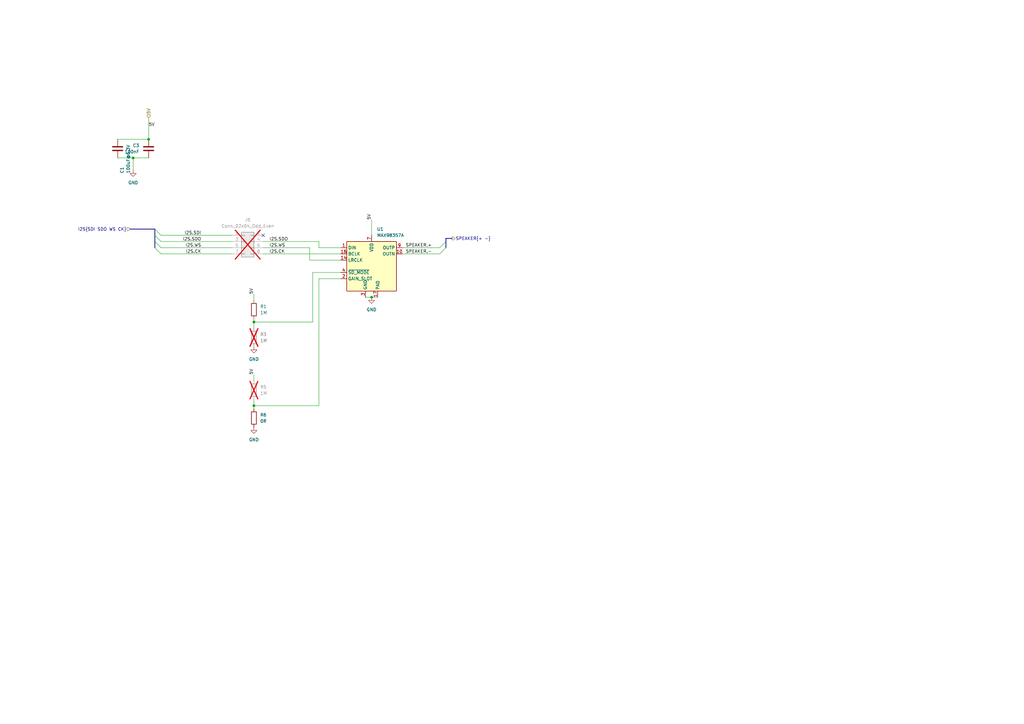
<source format=kicad_sch>
(kicad_sch (version 20231120) (generator "eeschema") (generator_version "8.0")
  (paper "A3")
  (lib_symbols
    (symbol "Audio:MAX98357A"
      (property "Reference" "U" (at -8.89 11.43 0))
      (property "Value" "MAX98357A" (at 10.16 11.43 0))
      (symbol "MAX98357A_1_1"
        (rectangle (start -10.16 10.16) (end 10.16 -10.16) (stroke (width 0.254)) (fill (type background)))
        (pin input line (at -12.7 7.62 0) (length 2.54) (name "DIN") (number "1"))
        (pin output line (at 12.7 5.08 180) (length 2.54) (name "OUTN") (number "10"))
        (pin passive line (at -2.54 -12.7 90) (length 2.54) hide (name "GND") (number "11"))
        (pin no_connect line (at 10.16 -5.08 180) (length 2.54) hide (name "NC") (number "12"))
        (pin no_connect line (at 10.16 -7.62 180) (length 2.54) hide (name "NC") (number "13"))
        (pin input line (at -12.7 2.54 0) (length 2.54) (name "LRCLK") (number "14"))
        (pin passive line (at -2.54 -12.7 90) (length 2.54) hide (name "GND") (number "15"))
        (pin input line (at -12.7 5.08 0) (length 2.54) (name "BCLK") (number "16"))
        (pin unspecified line (at 2.54 -12.7 90) (length 2.54) (name "PAD") (number "17"))
        (pin passive line (at -12.7 -5.08 0) (length 2.54) (name "GAIN_SLOT") (number "2"))
        (pin power_in line (at -2.54 -12.7 90) (length 2.54) (name "GND") (number "3"))
        (pin input line (at -12.7 -2.54 0) (length 2.54) (name "~{SD_MODE}") (number "4"))
        (pin no_connect line (at 10.16 2.54 180) (length 2.54) hide (name "NC") (number "5"))
        (pin no_connect line (at 10.16 0 180) (length 2.54) hide (name "NC") (number "6"))
        (pin power_in line (at 0 12.7 270) (length 2.54) (name "VDD") (number "7"))
        (pin passive line (at 0 12.7 270) (length 2.54) hide (name "VDD") (number "8"))
        (pin output line (at 12.7 7.62 180) (length 2.54) (name "OUTP") (number "9"))
      )
    )
    (symbol "Connector_Generic:Conn_02x04_Odd_Even" (pin_names (offset 1.016) hide)
      (property "Reference" "J" (at 1.27 5.08 0))
      (property "Value" "Conn_02x04_Odd_Even" (at 1.27 -7.62 0))
      (symbol "Conn_02x04_Odd_Even_1_1"
        (rectangle (start -1.27 -4.953) (end 0 -5.207) (stroke (width 0.1524)))
        (rectangle (start -1.27 -2.413) (end 0 -2.667) (stroke (width 0.1524)))
        (rectangle (start -1.27 0.127) (end 0 -0.127) (stroke (width 0.1524)))
        (rectangle (start -1.27 2.667) (end 0 2.413) (stroke (width 0.1524)))
        (rectangle (start -1.27 3.81) (end 3.81 -6.35) (stroke (width 0.254)) (fill (type background)))
        (rectangle (start 3.81 -4.953) (end 2.54 -5.207) (stroke (width 0.1524)))
        (rectangle (start 3.81 -2.413) (end 2.54 -2.667) (stroke (width 0.1524)))
        (rectangle (start 3.81 0.127) (end 2.54 -0.127) (stroke (width 0.1524)))
        (rectangle (start 3.81 2.667) (end 2.54 2.413) (stroke (width 0.1524)))
        (pin passive line (at -5.08 2.54 0) (length 3.81) (name "Pin_1") (number "1"))
        (pin passive line (at 7.62 2.54 180) (length 3.81) (name "Pin_2") (number "2"))
        (pin passive line (at -5.08 0 0) (length 3.81) (name "Pin_3") (number "3"))
        (pin passive line (at 7.62 0 180) (length 3.81) (name "Pin_4") (number "4"))
        (pin passive line (at -5.08 -2.54 0) (length 3.81) (name "Pin_5") (number "5"))
        (pin passive line (at 7.62 -2.54 180) (length 3.81) (name "Pin_6") (number "6"))
        (pin passive line (at -5.08 -5.08 0) (length 3.81) (name "Pin_7") (number "7"))
        (pin passive line (at 7.62 -5.08 180) (length 3.81) (name "Pin_8") (number "8"))
      )
    )
    (symbol "Device:C" (pin_numbers hide) (pin_names (offset 0.254))
      (property "Reference" "C" (at 0.635 2.54 0))
      (property "Value" "C" (at 0.635 -2.54 0))
      (symbol "C_0_1"
        (polyline (pts (xy -2.032 -0.762) (xy 2.032 -0.762)) (stroke (width 0.508)))
        (polyline (pts (xy -2.032 0.762) (xy 2.032 0.762)) (stroke (width 0.508)))
      )
      (symbol "C_1_1"
        (pin passive line (at 0 3.81 270) (length 2.794) (name "~") (number "1"))
        (pin passive line (at 0 -3.81 90) (length 2.794) (name "~") (number "2"))
      )
    )
    (symbol "Device:R" (pin_numbers hide) (pin_names (offset 0))
      (property "Reference" "R" (at 2.032 0 90))
      (property "Value" "R" (at 0 0 90))
      (symbol "R_0_1"
        (rectangle (start -1.016 -2.54) (end 1.016 2.54) (stroke (width 0.254)))
      )
      (symbol "R_1_1"
        (pin passive line (at 0 3.81 270) (length 1.27) (name "~") (number "1"))
        (pin passive line (at 0 -3.81 90) (length 1.27) (name "~") (number "2"))
      )
    )
    (symbol "power:GND" (power) (pin_numbers hide) (pin_names (offset 0) hide)
      (property "Value" "GND" (at 0 -3.81 0))
      (symbol "GND_0_1"
        (polyline (pts (xy 0 0) (xy 0 -1.27) (xy 1.27 -1.27) (xy 0 -2.54) (xy -1.27 -1.27) (xy 0 -1.27)))
      )
      (symbol "GND_1_1"
        (pin power_in line (at 0 0 270) (length 0) (name "~") (number "1"))
      )
    )
  )
  (junction (at 54.61 64.77))
  (junction (at 104.14 132.08))
  (junction (at 60.96 57.15))
  (junction (at 104.14 166.37))
  (junction (at 152.4 121.92))
  (no_connect (at 107.95 96.52))
  (bus_entry (at 180.34 104.14) (size 2.54 -2.54))
  (bus_entry (at 63.5 101.6) (size 2.54 2.54))
  (bus_entry (at 63.5 99.06) (size 2.54 2.54))
  (bus_entry (at 63.5 93.98) (size 2.54 2.54))
  (bus_entry (at 63.5 96.52) (size 2.54 2.54))
  (bus_entry (at 180.34 101.6) (size 2.54 -2.54))
  (wire (pts (xy 104.14 132.08) (xy 128.27 132.08)))
  (wire (pts (xy 60.96 48.26) (xy 60.96 57.15)))
  (wire (pts (xy 48.26 64.77) (xy 54.61 64.77)))
  (wire (pts (xy 104.14 153.67) (xy 104.14 156.21)))
  (wire (pts (xy 95.25 104.14) (xy 66.04 104.14)))
  (wire (pts (xy 152.4 90.17) (xy 152.4 96.52)))
  (wire (pts (xy 128.27 132.08) (xy 128.27 111.76)))
  (wire (pts (xy 54.61 64.77) (xy 54.61 69.85)))
  (wire (pts (xy 60.96 64.77) (xy 54.61 64.77)))
  (wire (pts (xy 130.81 166.37) (xy 104.14 166.37)))
  (bus (pts (xy 53.34 93.98) (xy 63.5 93.98)))
  (wire (pts (xy 104.14 130.81) (xy 104.14 132.08)))
  (wire (pts (xy 127 101.6) (xy 127 106.68)))
  (wire (pts (xy 128.27 111.76) (xy 139.7 111.76)))
  (bus (pts (xy 182.88 97.79) (xy 182.88 99.06)))
  (wire (pts (xy 95.25 99.06) (xy 66.04 99.06)))
  (bus (pts (xy 63.5 99.06) (xy 63.5 101.6)))
  (wire (pts (xy 152.4 121.92) (xy 154.94 121.92)))
  (wire (pts (xy 165.1 104.14) (xy 180.34 104.14)))
  (bus (pts (xy 182.88 99.06) (xy 182.88 101.6)))
  (wire (pts (xy 104.14 132.08) (xy 104.14 134.62)))
  (bus (pts (xy 185.42 97.79) (xy 182.88 97.79)))
  (wire (pts (xy 107.95 99.06) (xy 130.81 99.06)))
  (bus (pts (xy 63.5 93.98) (xy 63.5 96.52)))
  (wire (pts (xy 48.26 57.15) (xy 60.96 57.15)))
  (wire (pts (xy 130.81 114.3) (xy 130.81 166.37)))
  (wire (pts (xy 107.95 104.14) (xy 139.7 104.14)))
  (wire (pts (xy 127 106.68) (xy 139.7 106.68)))
  (wire (pts (xy 107.95 101.6) (xy 127 101.6)))
  (wire (pts (xy 130.81 101.6) (xy 139.7 101.6)))
  (wire (pts (xy 104.14 166.37) (xy 104.14 167.64)))
  (wire (pts (xy 95.25 101.6) (xy 66.04 101.6)))
  (wire (pts (xy 149.86 121.92) (xy 152.4 121.92)))
  (wire (pts (xy 95.25 96.52) (xy 66.04 96.52)))
  (wire (pts (xy 165.1 101.6) (xy 180.34 101.6)))
  (wire (pts (xy 139.7 114.3) (xy 130.81 114.3)))
  (bus (pts (xy 63.5 96.52) (xy 63.5 99.06)))
  (wire (pts (xy 130.81 99.06) (xy 130.81 101.6)))
  (wire (pts (xy 104.14 120.65) (xy 104.14 123.19)))
  (wire (pts (xy 104.14 163.83) (xy 104.14 166.37)))
  (label "SPEAKER.+" (at 166.37 101.6 0))
  (label "5V" (at 104.14 120.65 90))
  (label "SPEAKER.-" (at 166.37 104.14 0))
  (label "I2S.CK" (at 110.49 104.14 0))
  (label "I2S.SDO" (at 82.55 99.06 180))
  (label "I2S.SDI" (at 82.55 96.52 180))
  (label "5V" (at 104.14 153.67 90))
  (label "I2S.WS" (at 82.55 101.6 180))
  (label "5V" (at 152.4 90.17 90))
  (label "I2S.WS" (at 110.49 101.6 0))
  (label "5V" (at 60.96 52.07 0))
  (label "I2S.SDO" (at 110.49 99.06 0))
  (label "I2S.CK" (at 82.55 104.14 180))
  (hierarchical_label "I2S{SDI SDO WS CK}" (shape input) (at 53.34 93.98 180))
  (hierarchical_label "5V" (shape input) (at 60.96 48.26 90))
  (hierarchical_label "SPEAKER{+ -}" (shape output) (at 185.42 97.79 0))
  (symbol (lib_id "power:GND") (at 54.61 69.85 0) (unit 1)
    (property "Reference" "#PWR02" (effects (hide yes)))
    (property "Value" "GND" (at 54.61 74.93 0))
    (property "Description" "Power symbol creates a global label with name \"GND\" , ground" (effects (hide yes)))
  )
  (symbol (lib_id "Audio:MAX98357A") (at 152.4 109.22 0) (unit 1)
    (property "Reference" "U1" (at 154.5941 93.98 0) (effects (justify left)))
    (property "Value" "MAX98357A" (at 154.5941 96.52 0) (effects (justify left)))
    (property "Footprint" "Package_DFN_QFN:TQFN-16-1EP_3x3mm_P0.5mm_EP1.23x1.23mm" (effects (hide yes)))
    (property "Datasheet" "https://www.analog.com/media/en/technical-documentation/data-sheets/MAX98357A-MAX98357B.pdf" (effects (hide yes)))
    (property "Description" "Mono DAC with amplifier, I2S, PCM, TDM, 32-bit, 96khz, 3.2W, TQFP-16" (effects (hide yes)))
    (property "JLC" "C910544" (effects (hide yes)))
  )
  (symbol (lib_id "Device:R") (at 104.14 127 0) (unit 1)
    (property "Reference" "R1" (at 106.68 125.7299 0) (effects (justify left)))
    (property "Value" "1M" (at 106.68 128.2699 0) (effects (justify left)))
    (property "Footprint" "Resistor_SMD:R_0805_2012Metric" (effects (hide yes)))
    (property "Description" "Resistor" (effects (hide yes)))
    (property "JLC" "C17514" (effects (hide yes)))
  )
  (symbol (lib_id "Device:C") (at 48.26 60.96 0) (unit 1)
    (property "Reference" "C1" (at 50.038 71.12 90) (effects (justify left)))
    (property "Value" "100uF@6.3V" (at 52.578 71.12 90) (effects (justify left)))
    (property "Footprint" "Capacitor_SMD:C_1206_3216Metric" (effects (hide yes)))
    (property "Description" "Unpolarized capacitor" (effects (hide yes)))
    (property "JLC" "C15008" (effects (hide yes)))
  )
  (symbol (lib_id "power:GND") (at 152.4 121.92 0) (unit 1)
    (property "Reference" "#PWR010" (effects (hide yes)))
    (property "Value" "GND" (at 152.4 127 0))
    (property "Description" "Power symbol creates a global label with name \"GND\" , ground" (effects (hide yes)))
  )
  (symbol (lib_id "Device:R") (at 104.14 138.43 0) (unit 1) (dnp yes)
    (property "Reference" "R3" (at 106.68 137.1599 0) (effects (justify left)))
    (property "Value" "1M" (at 106.68 139.6999 0) (effects (justify left)))
    (property "Footprint" "Resistor_SMD:R_0805_2012Metric" (effects (hide yes)))
    (property "Description" "Resistor" (effects (hide yes)))
    (property "JLC" "C17514" (effects (hide yes)))
  )
  (symbol (lib_id "power:GND") (at 104.14 142.24 0) (unit 1)
    (property "Reference" "#PWR07" (effects (hide yes)))
    (property "Value" "GND" (at 104.14 147.32 0))
    (property "Description" "Power symbol creates a global label with name \"GND\" , ground" (effects (hide yes)))
  )
  (symbol (lib_id "Device:R") (at 104.14 160.02 0) (unit 1) (dnp yes)
    (property "Reference" "R5" (at 106.68 158.7499 0) (effects (justify left)))
    (property "Value" "1M" (at 106.68 161.2899 0) (effects (justify left)))
    (property "Footprint" "Resistor_SMD:R_0805_2012Metric" (effects (hide yes)))
    (property "Description" "Resistor" (effects (hide yes)))
    (property "JLC" "C17514" (effects (hide yes)))
  )
  (symbol (lib_id "Connector_Generic:Conn_02x04_Odd_Even") (at 100.33 99.06 0) (unit 1) (dnp yes)
    (property "Reference" "J5" (at 101.6 90.17 0))
    (property "Value" "Conn_02x04_Odd_Even" (at 101.6 92.71 0))
    (property "Footprint" "Connector_PinHeader_2.54mm:PinHeader_2x04_P2.54mm_Vertical" (effects (hide yes)))
    (property "Description" "Generic connector, double row, 02x04, odd/even pin numbering scheme (row 1 odd numbers, row 2 even numbers), script generated (kicad-library-utils/schlib/autogen/connector/)" (effects (hide yes)))
  )
  (symbol (lib_id "power:GND") (at 104.14 175.26 0) (unit 1)
    (property "Reference" "#PWR08" (effects (hide yes)))
    (property "Value" "GND" (at 104.14 180.34 0))
    (property "Description" "Power symbol creates a global label with name \"GND\" , ground" (effects (hide yes)))
  )
  (symbol (lib_id "Device:R") (at 104.14 171.45 0) (unit 1)
    (property "Reference" "R6" (at 106.68 170.1799 0) (effects (justify left)))
    (property "Value" "0R" (at 106.68 172.7199 0) (effects (justify left)))
    (property "Footprint" "Resistor_SMD:R_0805_2012Metric" (effects (hide yes)))
    (property "Description" "Resistor" (effects (hide yes)))
    (property "JLC" "C17477" (effects (hide yes)))
  )
  (symbol (lib_id "Device:C") (at 60.96 60.96 0) (mirror x) (unit 1)
    (property "Reference" "C3" (at 57.15 59.6899 0) (effects (justify right)))
    (property "Value" "100nF" (at 57.15 62.2299 0) (effects (justify right)))
    (property "Footprint" "Capacitor_SMD:C_0402_1005Metric" (effects (hide yes)))
    (property "Description" "Unpolarized capacitor" (effects (hide yes)))
    (property "JLC" "C307331" (effects (hide yes)))
  )
)
</source>
